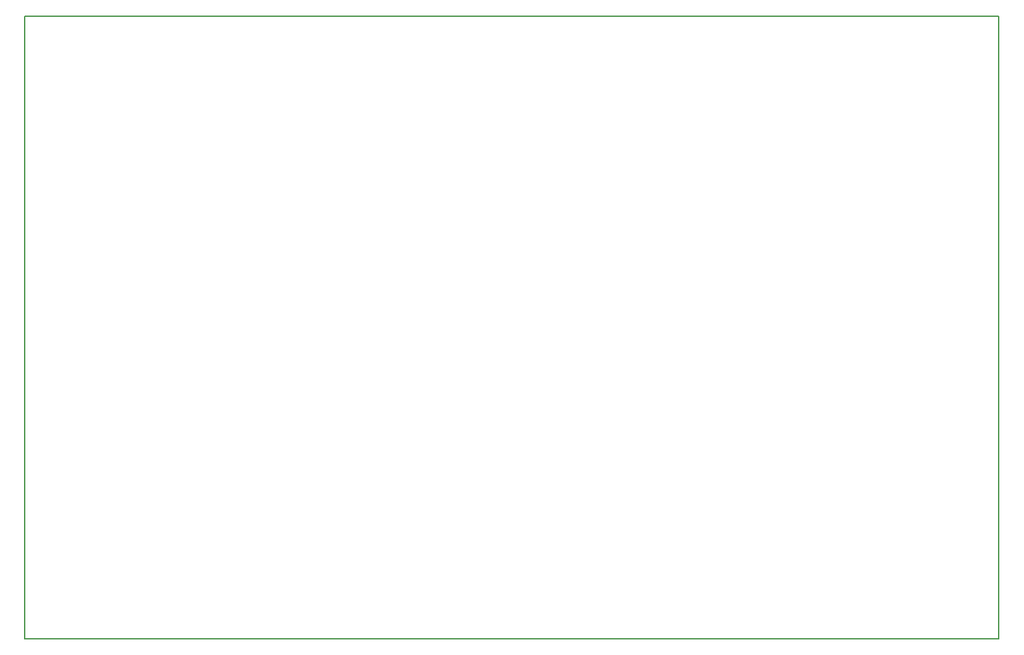
<source format=gko>
G04 #@! TF.FileFunction,Profile,NP*
%FSLAX46Y46*%
G04 Gerber Fmt 4.6, Leading zero omitted, Abs format (unit mm)*
G04 Created by KiCad (PCBNEW (2015-04-03 BZR 5572)-product) date Tuesday, April 07, 2015 'PMt' 09:07:44 PM*
%MOMM*%
G01*
G04 APERTURE LIST*
%ADD10C,0.100000*%
%ADD11C,0.150000*%
G04 APERTURE END LIST*
D10*
D11*
X222250000Y-124460000D02*
X95250000Y-124460000D01*
X222250000Y-43180000D02*
X222250000Y-124460000D01*
X95250000Y-43180000D02*
X222250000Y-43180000D01*
X95250000Y-124460000D02*
X95250000Y-43180000D01*
M02*

</source>
